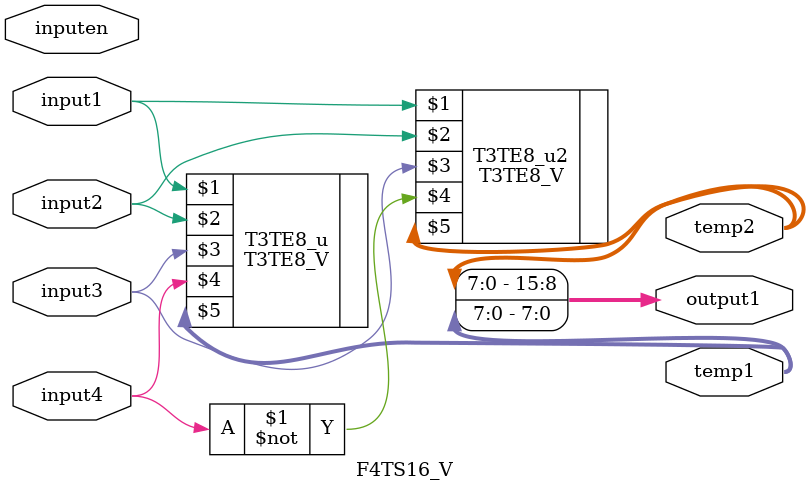
<source format=v>
`timescale 1ns / 1ps


module F4TS16_V(
    input input1,
    input input2,
    input input3,
    input input4,
    input inputen,
    output [7:0]temp1,
    output [7:0]temp2,
    output  [15:0]output1
    );
    T3TE8_V  T3TE8_u(input1,input2,input3,input4,temp1);
    T3TE8_V  T3TE8_u2(input1,input2,input3,~input4,temp2);
    assign output1 = {temp2,temp1};
   // Concat xlconcat_0(temp1,temp2,output1);
    
endmodule

</source>
